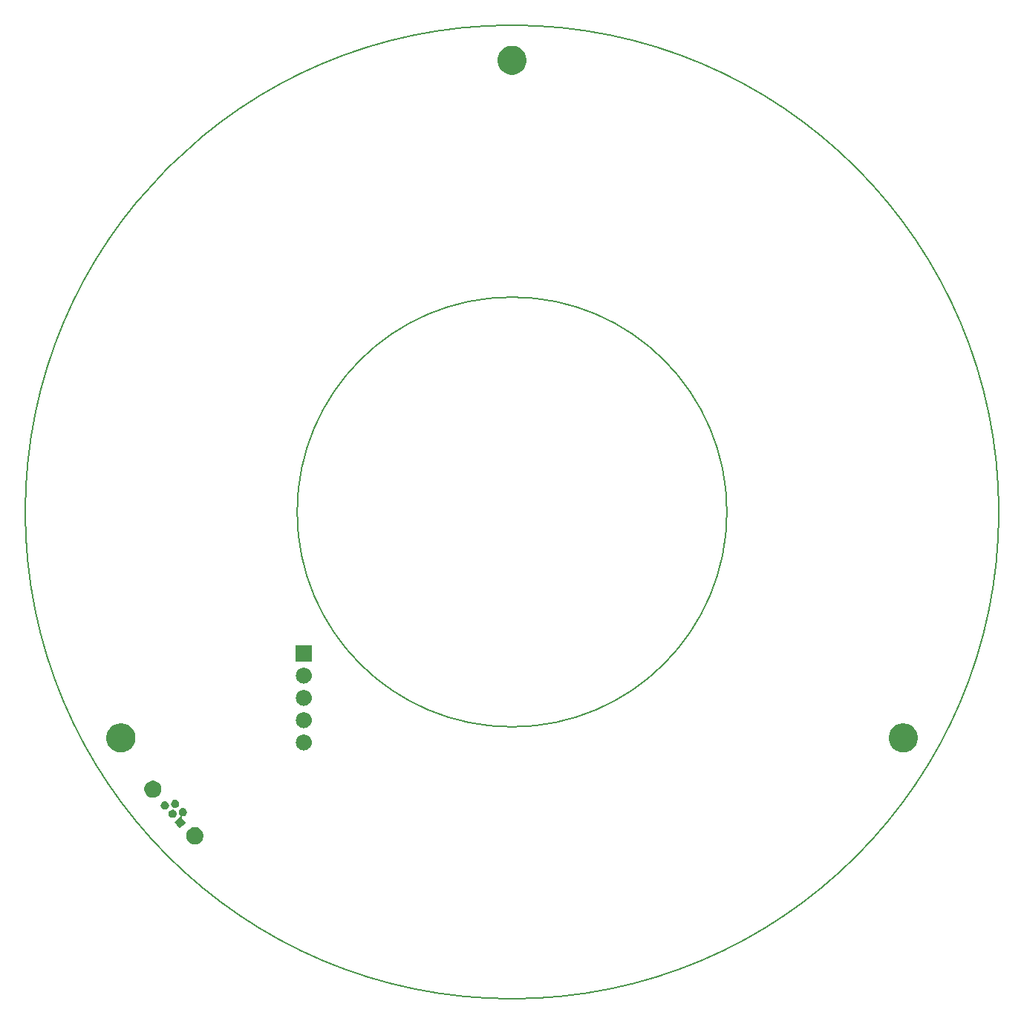
<source format=gbr>
%TF.GenerationSoftware,KiCad,Pcbnew,5.0.2-bee76a0~70~ubuntu18.04.1*%
%TF.CreationDate,2020-05-04T10:45:02+02:00*%
%TF.ProjectId,gsvesc,67737665-7363-42e6-9b69-6361645f7063,rev?*%
%TF.SameCoordinates,PX5f5e038PY5f5e038*%
%TF.FileFunction,Soldermask,Bot*%
%TF.FilePolarity,Negative*%
%FSLAX46Y46*%
G04 Gerber Fmt 4.6, Leading zero omitted, Abs format (unit mm)*
G04 Created by KiCad (PCBNEW 5.0.2-bee76a0~70~ubuntu18.04.1) date Mo 04 Mai 2020 10:45:02 CEST*
%MOMM*%
%LPD*%
G01*
G04 APERTURE LIST*
%ADD10C,0.200000*%
%ADD11C,0.100000*%
G04 APERTURE END LIST*
D10*
X24500200Y-200D02*
G75*
G03X24500200Y-200I-24500000J0D01*
G01*
X55500200Y-200D02*
G75*
G03X55500200Y-200I-55500000J0D01*
G01*
D11*
G36*
X-35879550Y-35979953D02*
X-35879548Y-35979954D01*
X-35879547Y-35979954D01*
X-35701927Y-36053526D01*
X-35701926Y-36053527D01*
X-35542070Y-36160340D01*
X-35406130Y-36296280D01*
X-35406128Y-36296283D01*
X-35299316Y-36456137D01*
X-35225744Y-36633757D01*
X-35188236Y-36822318D01*
X-35188236Y-37014574D01*
X-35225744Y-37203135D01*
X-35299316Y-37380755D01*
X-35299317Y-37380756D01*
X-35406130Y-37540612D01*
X-35542070Y-37676552D01*
X-35542073Y-37676554D01*
X-35701927Y-37783366D01*
X-35879547Y-37856938D01*
X-35879548Y-37856938D01*
X-35879550Y-37856939D01*
X-36068107Y-37894446D01*
X-36260365Y-37894446D01*
X-36448922Y-37856939D01*
X-36448924Y-37856938D01*
X-36448925Y-37856938D01*
X-36626545Y-37783366D01*
X-36786399Y-37676554D01*
X-36786402Y-37676552D01*
X-36922342Y-37540612D01*
X-37029155Y-37380756D01*
X-37029156Y-37380755D01*
X-37102728Y-37203135D01*
X-37140236Y-37014574D01*
X-37140236Y-36822318D01*
X-37102728Y-36633757D01*
X-37029156Y-36456137D01*
X-36922344Y-36296283D01*
X-36922342Y-36296280D01*
X-36786402Y-36160340D01*
X-36626546Y-36053527D01*
X-36626545Y-36053526D01*
X-36448925Y-35979954D01*
X-36448924Y-35979954D01*
X-36448922Y-35979953D01*
X-36260365Y-35942446D01*
X-36068107Y-35942446D01*
X-35879550Y-35979953D01*
X-35879550Y-35979953D01*
G37*
G36*
X-37404404Y-33769925D02*
X-37318688Y-33805429D01*
X-37241542Y-33856977D01*
X-37175942Y-33922577D01*
X-37124394Y-33999723D01*
X-37088890Y-34085439D01*
X-37070790Y-34176434D01*
X-37070790Y-34269216D01*
X-37088890Y-34360211D01*
X-37124394Y-34445927D01*
X-37175942Y-34523073D01*
X-37241542Y-34588673D01*
X-37318688Y-34640221D01*
X-37404404Y-34675725D01*
X-37495399Y-34693825D01*
X-37548785Y-34693825D01*
X-37573171Y-34696227D01*
X-37596620Y-34703340D01*
X-37618231Y-34714891D01*
X-37637173Y-34730437D01*
X-37652719Y-34749379D01*
X-37664270Y-34770990D01*
X-37671383Y-34794439D01*
X-37673785Y-34818825D01*
X-37671383Y-34843211D01*
X-37664270Y-34866660D01*
X-37652719Y-34888271D01*
X-37641678Y-34902466D01*
X-37184818Y-35409860D01*
X-37184818Y-35409861D01*
X-37553183Y-35741538D01*
X-37884860Y-36040182D01*
X-37884861Y-36040182D01*
X-38216538Y-35671817D01*
X-38515182Y-35340140D01*
X-38515182Y-35340139D01*
X-37863434Y-34753303D01*
X-37846919Y-34735202D01*
X-37834253Y-34714225D01*
X-37825922Y-34691180D01*
X-37822247Y-34666953D01*
X-37823370Y-34642474D01*
X-37829246Y-34618685D01*
X-37839650Y-34596499D01*
X-37858688Y-34572023D01*
X-37907638Y-34523073D01*
X-37959186Y-34445927D01*
X-37994690Y-34360211D01*
X-38001272Y-34327120D01*
X-38008385Y-34303671D01*
X-38014054Y-34293065D01*
X-38012790Y-34280231D01*
X-38012790Y-34176434D01*
X-37994690Y-34085439D01*
X-37959186Y-33999723D01*
X-37907638Y-33922577D01*
X-37842038Y-33856977D01*
X-37764892Y-33805429D01*
X-37679176Y-33769925D01*
X-37588181Y-33751825D01*
X-37495399Y-33751825D01*
X-37404404Y-33769925D01*
X-37404404Y-33769925D01*
G37*
G36*
X-38618578Y-33948833D02*
X-38594198Y-33951234D01*
X-38592364Y-33951053D01*
X-38585168Y-33954900D01*
X-38496769Y-33991516D01*
X-38419622Y-34043064D01*
X-38354022Y-34108664D01*
X-38302474Y-34185810D01*
X-38266970Y-34271526D01*
X-38260388Y-34304617D01*
X-38253275Y-34328066D01*
X-38247606Y-34338672D01*
X-38248870Y-34351506D01*
X-38248870Y-34455303D01*
X-38266970Y-34546298D01*
X-38302474Y-34632014D01*
X-38354022Y-34709160D01*
X-38419622Y-34774760D01*
X-38496768Y-34826308D01*
X-38582484Y-34861812D01*
X-38673479Y-34879912D01*
X-38766261Y-34879912D01*
X-38857256Y-34861812D01*
X-38942972Y-34826308D01*
X-39020118Y-34774760D01*
X-39085718Y-34709160D01*
X-39137266Y-34632014D01*
X-39172770Y-34546298D01*
X-39190870Y-34455303D01*
X-39190870Y-34362521D01*
X-39172770Y-34271526D01*
X-39137266Y-34185810D01*
X-39085718Y-34108664D01*
X-39020118Y-34043064D01*
X-38942972Y-33991516D01*
X-38857256Y-33956012D01*
X-38766261Y-33937912D01*
X-38673481Y-33937912D01*
X-38618578Y-33948833D01*
X-38618578Y-33948833D01*
G37*
G36*
X-39452354Y-32989923D02*
X-39366638Y-33025427D01*
X-39289492Y-33076975D01*
X-39223892Y-33142575D01*
X-39172344Y-33219721D01*
X-39136840Y-33305437D01*
X-39130258Y-33338528D01*
X-39123145Y-33361977D01*
X-39117476Y-33372584D01*
X-39118740Y-33385418D01*
X-39118740Y-33489214D01*
X-39136840Y-33580209D01*
X-39172344Y-33665925D01*
X-39223892Y-33743071D01*
X-39289492Y-33808671D01*
X-39366638Y-33860219D01*
X-39452354Y-33895723D01*
X-39543349Y-33913823D01*
X-39636131Y-33913823D01*
X-39727126Y-33895723D01*
X-39812842Y-33860219D01*
X-39889988Y-33808671D01*
X-39955588Y-33743071D01*
X-40007136Y-33665925D01*
X-40042640Y-33580209D01*
X-40060740Y-33489214D01*
X-40060740Y-33396432D01*
X-40042640Y-33305437D01*
X-40007136Y-33219721D01*
X-39955588Y-33142575D01*
X-39889988Y-33076975D01*
X-39812842Y-33025427D01*
X-39727126Y-32989923D01*
X-39636131Y-32971823D01*
X-39543349Y-32971823D01*
X-39452354Y-32989923D01*
X-39452354Y-32989923D01*
G37*
G36*
X-38274274Y-32803837D02*
X-38188558Y-32839341D01*
X-38111412Y-32890889D01*
X-38045812Y-32956489D01*
X-37994264Y-33033635D01*
X-37958760Y-33119351D01*
X-37940660Y-33210346D01*
X-37940660Y-33303128D01*
X-37958760Y-33394123D01*
X-37994264Y-33479839D01*
X-38045812Y-33556985D01*
X-38111412Y-33622585D01*
X-38188558Y-33674133D01*
X-38274274Y-33709637D01*
X-38365269Y-33727737D01*
X-38458049Y-33727737D01*
X-38512952Y-33716816D01*
X-38537332Y-33714415D01*
X-38539166Y-33714596D01*
X-38546362Y-33710749D01*
X-38634761Y-33674133D01*
X-38711908Y-33622585D01*
X-38777508Y-33556985D01*
X-38829056Y-33479839D01*
X-38864560Y-33394123D01*
X-38871142Y-33361032D01*
X-38878255Y-33337583D01*
X-38883924Y-33326976D01*
X-38882660Y-33314142D01*
X-38882660Y-33210346D01*
X-38864560Y-33119351D01*
X-38829056Y-33033635D01*
X-38777508Y-32956489D01*
X-38711908Y-32890889D01*
X-38634762Y-32839341D01*
X-38549046Y-32803837D01*
X-38458051Y-32785737D01*
X-38365269Y-32785737D01*
X-38274274Y-32803837D01*
X-38274274Y-32803837D01*
G37*
G36*
X-40663834Y-30666467D02*
X-40663832Y-30666468D01*
X-40663831Y-30666468D01*
X-40486211Y-30740040D01*
X-40486210Y-30740041D01*
X-40326354Y-30846854D01*
X-40190414Y-30982794D01*
X-40190412Y-30982797D01*
X-40083600Y-31142651D01*
X-40010028Y-31320271D01*
X-39972520Y-31508832D01*
X-39972520Y-31701088D01*
X-40010028Y-31889649D01*
X-40083600Y-32067269D01*
X-40083601Y-32067270D01*
X-40190414Y-32227126D01*
X-40326354Y-32363066D01*
X-40326357Y-32363068D01*
X-40486211Y-32469880D01*
X-40663831Y-32543452D01*
X-40663832Y-32543452D01*
X-40663834Y-32543453D01*
X-40852391Y-32580960D01*
X-41044649Y-32580960D01*
X-41233206Y-32543453D01*
X-41233208Y-32543452D01*
X-41233209Y-32543452D01*
X-41410829Y-32469880D01*
X-41570683Y-32363068D01*
X-41570686Y-32363066D01*
X-41706626Y-32227126D01*
X-41813439Y-32067270D01*
X-41813440Y-32067269D01*
X-41887012Y-31889649D01*
X-41924520Y-31701088D01*
X-41924520Y-31508832D01*
X-41887012Y-31320271D01*
X-41813440Y-31142651D01*
X-41706628Y-30982797D01*
X-41706626Y-30982794D01*
X-41570686Y-30846854D01*
X-41410830Y-30740041D01*
X-41410829Y-30740040D01*
X-41233209Y-30666468D01*
X-41233208Y-30666468D01*
X-41233206Y-30666467D01*
X-41044649Y-30628960D01*
X-40852391Y-30628960D01*
X-40663834Y-30666467D01*
X-40663834Y-30666467D01*
G37*
G36*
X44975764Y-24141498D02*
X45082087Y-24162647D01*
X45382550Y-24287103D01*
X45529341Y-24385186D01*
X45652962Y-24467787D01*
X45882921Y-24697746D01*
X46063606Y-24968160D01*
X46188061Y-25268622D01*
X46251508Y-25587589D01*
X46251508Y-25912811D01*
X46188061Y-26231778D01*
X46063606Y-26532240D01*
X45882921Y-26802654D01*
X45652962Y-27032613D01*
X45652959Y-27032615D01*
X45382550Y-27213297D01*
X45082087Y-27337753D01*
X44975764Y-27358902D01*
X44763119Y-27401200D01*
X44437897Y-27401200D01*
X44225252Y-27358902D01*
X44118929Y-27337753D01*
X43818466Y-27213297D01*
X43548057Y-27032615D01*
X43548054Y-27032613D01*
X43318095Y-26802654D01*
X43137410Y-26532240D01*
X43012955Y-26231778D01*
X42949508Y-25912811D01*
X42949508Y-25587589D01*
X43012955Y-25268622D01*
X43137410Y-24968160D01*
X43318095Y-24697746D01*
X43548054Y-24467787D01*
X43671675Y-24385186D01*
X43818466Y-24287103D01*
X44118929Y-24162647D01*
X44225252Y-24141498D01*
X44437897Y-24099200D01*
X44763119Y-24099200D01*
X44975764Y-24141498D01*
X44975764Y-24141498D01*
G37*
G36*
X-44224852Y-24141498D02*
X-44118529Y-24162647D01*
X-43818066Y-24287103D01*
X-43671275Y-24385186D01*
X-43547654Y-24467787D01*
X-43317695Y-24697746D01*
X-43137010Y-24968160D01*
X-43012555Y-25268622D01*
X-42949108Y-25587589D01*
X-42949108Y-25912811D01*
X-43012555Y-26231778D01*
X-43137010Y-26532240D01*
X-43317695Y-26802654D01*
X-43547654Y-27032613D01*
X-43547657Y-27032615D01*
X-43818066Y-27213297D01*
X-44118529Y-27337753D01*
X-44224852Y-27358902D01*
X-44437497Y-27401200D01*
X-44762719Y-27401200D01*
X-44975364Y-27358902D01*
X-45081687Y-27337753D01*
X-45382150Y-27213297D01*
X-45652559Y-27032615D01*
X-45652562Y-27032613D01*
X-45882521Y-26802654D01*
X-46063206Y-26532240D01*
X-46187661Y-26231778D01*
X-46251108Y-25912811D01*
X-46251108Y-25587589D01*
X-46187661Y-25268622D01*
X-46063206Y-24968160D01*
X-45882521Y-24697746D01*
X-45652562Y-24467787D01*
X-45528941Y-24385186D01*
X-45382150Y-24287103D01*
X-45081687Y-24162647D01*
X-44975364Y-24141498D01*
X-44762719Y-24099200D01*
X-44437497Y-24099200D01*
X-44224852Y-24141498D01*
X-44224852Y-24141498D01*
G37*
G36*
X-23639557Y-25390519D02*
X-23573373Y-25397037D01*
X-23460147Y-25431384D01*
X-23403533Y-25448557D01*
X-23264913Y-25522652D01*
X-23247009Y-25532222D01*
X-23211271Y-25561552D01*
X-23109814Y-25644814D01*
X-23026552Y-25746271D01*
X-22997222Y-25782009D01*
X-22997221Y-25782011D01*
X-22913557Y-25938533D01*
X-22913557Y-25938534D01*
X-22862037Y-26108373D01*
X-22844641Y-26285000D01*
X-22862037Y-26461627D01*
X-22883457Y-26532240D01*
X-22913557Y-26631467D01*
X-22987652Y-26770087D01*
X-22997222Y-26787991D01*
X-23009256Y-26802654D01*
X-23109814Y-26925186D01*
X-23211271Y-27008448D01*
X-23247009Y-27037778D01*
X-23247011Y-27037779D01*
X-23403533Y-27121443D01*
X-23460147Y-27138616D01*
X-23573373Y-27172963D01*
X-23639557Y-27179481D01*
X-23705740Y-27186000D01*
X-23794260Y-27186000D01*
X-23860443Y-27179481D01*
X-23926627Y-27172963D01*
X-24039853Y-27138616D01*
X-24096467Y-27121443D01*
X-24252989Y-27037779D01*
X-24252991Y-27037778D01*
X-24288729Y-27008448D01*
X-24390186Y-26925186D01*
X-24490744Y-26802654D01*
X-24502778Y-26787991D01*
X-24512348Y-26770087D01*
X-24586443Y-26631467D01*
X-24616543Y-26532240D01*
X-24637963Y-26461627D01*
X-24655359Y-26285000D01*
X-24637963Y-26108373D01*
X-24586443Y-25938534D01*
X-24586443Y-25938533D01*
X-24502779Y-25782011D01*
X-24502778Y-25782009D01*
X-24473448Y-25746271D01*
X-24390186Y-25644814D01*
X-24288729Y-25561552D01*
X-24252991Y-25532222D01*
X-24235087Y-25522652D01*
X-24096467Y-25448557D01*
X-24039853Y-25431384D01*
X-23926627Y-25397037D01*
X-23860443Y-25390519D01*
X-23794260Y-25384000D01*
X-23705740Y-25384000D01*
X-23639557Y-25390519D01*
X-23639557Y-25390519D01*
G37*
G36*
X-23639558Y-22850518D02*
X-23573373Y-22857037D01*
X-23460147Y-22891384D01*
X-23403533Y-22908557D01*
X-23264913Y-22982652D01*
X-23247009Y-22992222D01*
X-23211271Y-23021552D01*
X-23109814Y-23104814D01*
X-23026552Y-23206271D01*
X-22997222Y-23242009D01*
X-22997221Y-23242011D01*
X-22913557Y-23398533D01*
X-22913557Y-23398534D01*
X-22862037Y-23568373D01*
X-22844641Y-23745000D01*
X-22862037Y-23921627D01*
X-22896384Y-24034853D01*
X-22913557Y-24091467D01*
X-22951604Y-24162647D01*
X-22997222Y-24247991D01*
X-23026552Y-24283729D01*
X-23109814Y-24385186D01*
X-23210463Y-24467785D01*
X-23247009Y-24497778D01*
X-23247011Y-24497779D01*
X-23403533Y-24581443D01*
X-23460147Y-24598616D01*
X-23573373Y-24632963D01*
X-23639557Y-24639481D01*
X-23705740Y-24646000D01*
X-23794260Y-24646000D01*
X-23860443Y-24639481D01*
X-23926627Y-24632963D01*
X-24039853Y-24598616D01*
X-24096467Y-24581443D01*
X-24252989Y-24497779D01*
X-24252991Y-24497778D01*
X-24289537Y-24467785D01*
X-24390186Y-24385186D01*
X-24473448Y-24283729D01*
X-24502778Y-24247991D01*
X-24548396Y-24162647D01*
X-24586443Y-24091467D01*
X-24603616Y-24034853D01*
X-24637963Y-23921627D01*
X-24655359Y-23745000D01*
X-24637963Y-23568373D01*
X-24586443Y-23398534D01*
X-24586443Y-23398533D01*
X-24502779Y-23242011D01*
X-24502778Y-23242009D01*
X-24473448Y-23206271D01*
X-24390186Y-23104814D01*
X-24288729Y-23021552D01*
X-24252991Y-22992222D01*
X-24235087Y-22982652D01*
X-24096467Y-22908557D01*
X-24039853Y-22891384D01*
X-23926627Y-22857037D01*
X-23860442Y-22850518D01*
X-23794260Y-22844000D01*
X-23705740Y-22844000D01*
X-23639558Y-22850518D01*
X-23639558Y-22850518D01*
G37*
G36*
X-23639558Y-20310518D02*
X-23573373Y-20317037D01*
X-23460147Y-20351384D01*
X-23403533Y-20368557D01*
X-23264913Y-20442652D01*
X-23247009Y-20452222D01*
X-23211271Y-20481552D01*
X-23109814Y-20564814D01*
X-23026552Y-20666271D01*
X-22997222Y-20702009D01*
X-22997221Y-20702011D01*
X-22913557Y-20858533D01*
X-22913557Y-20858534D01*
X-22862037Y-21028373D01*
X-22844641Y-21205000D01*
X-22862037Y-21381627D01*
X-22896384Y-21494853D01*
X-22913557Y-21551467D01*
X-22987652Y-21690087D01*
X-22997222Y-21707991D01*
X-23026552Y-21743729D01*
X-23109814Y-21845186D01*
X-23211271Y-21928448D01*
X-23247009Y-21957778D01*
X-23247011Y-21957779D01*
X-23403533Y-22041443D01*
X-23460147Y-22058616D01*
X-23573373Y-22092963D01*
X-23639558Y-22099482D01*
X-23705740Y-22106000D01*
X-23794260Y-22106000D01*
X-23860442Y-22099482D01*
X-23926627Y-22092963D01*
X-24039853Y-22058616D01*
X-24096467Y-22041443D01*
X-24252989Y-21957779D01*
X-24252991Y-21957778D01*
X-24288729Y-21928448D01*
X-24390186Y-21845186D01*
X-24473448Y-21743729D01*
X-24502778Y-21707991D01*
X-24512348Y-21690087D01*
X-24586443Y-21551467D01*
X-24603616Y-21494853D01*
X-24637963Y-21381627D01*
X-24655359Y-21205000D01*
X-24637963Y-21028373D01*
X-24586443Y-20858534D01*
X-24586443Y-20858533D01*
X-24502779Y-20702011D01*
X-24502778Y-20702009D01*
X-24473448Y-20666271D01*
X-24390186Y-20564814D01*
X-24288729Y-20481552D01*
X-24252991Y-20452222D01*
X-24235087Y-20442652D01*
X-24096467Y-20368557D01*
X-24039853Y-20351384D01*
X-23926627Y-20317037D01*
X-23860442Y-20310518D01*
X-23794260Y-20304000D01*
X-23705740Y-20304000D01*
X-23639558Y-20310518D01*
X-23639558Y-20310518D01*
G37*
G36*
X-23639557Y-17770519D02*
X-23573373Y-17777037D01*
X-23460147Y-17811384D01*
X-23403533Y-17828557D01*
X-23264913Y-17902652D01*
X-23247009Y-17912222D01*
X-23211271Y-17941552D01*
X-23109814Y-18024814D01*
X-23026552Y-18126271D01*
X-22997222Y-18162009D01*
X-22997221Y-18162011D01*
X-22913557Y-18318533D01*
X-22913557Y-18318534D01*
X-22862037Y-18488373D01*
X-22844641Y-18665000D01*
X-22862037Y-18841627D01*
X-22896384Y-18954853D01*
X-22913557Y-19011467D01*
X-22987652Y-19150087D01*
X-22997222Y-19167991D01*
X-23026552Y-19203729D01*
X-23109814Y-19305186D01*
X-23211271Y-19388448D01*
X-23247009Y-19417778D01*
X-23247011Y-19417779D01*
X-23403533Y-19501443D01*
X-23460147Y-19518616D01*
X-23573373Y-19552963D01*
X-23639558Y-19559482D01*
X-23705740Y-19566000D01*
X-23794260Y-19566000D01*
X-23860442Y-19559482D01*
X-23926627Y-19552963D01*
X-24039853Y-19518616D01*
X-24096467Y-19501443D01*
X-24252989Y-19417779D01*
X-24252991Y-19417778D01*
X-24288729Y-19388448D01*
X-24390186Y-19305186D01*
X-24473448Y-19203729D01*
X-24502778Y-19167991D01*
X-24512348Y-19150087D01*
X-24586443Y-19011467D01*
X-24603616Y-18954853D01*
X-24637963Y-18841627D01*
X-24655359Y-18665000D01*
X-24637963Y-18488373D01*
X-24586443Y-18318534D01*
X-24586443Y-18318533D01*
X-24502779Y-18162011D01*
X-24502778Y-18162009D01*
X-24473448Y-18126271D01*
X-24390186Y-18024814D01*
X-24288729Y-17941552D01*
X-24252991Y-17912222D01*
X-24235087Y-17902652D01*
X-24096467Y-17828557D01*
X-24039853Y-17811384D01*
X-23926627Y-17777037D01*
X-23860443Y-17770519D01*
X-23794260Y-17764000D01*
X-23705740Y-17764000D01*
X-23639557Y-17770519D01*
X-23639557Y-17770519D01*
G37*
G36*
X-22849000Y-17026000D02*
X-24651000Y-17026000D01*
X-24651000Y-15224000D01*
X-22849000Y-15224000D01*
X-22849000Y-17026000D01*
X-22849000Y-17026000D01*
G37*
G36*
X375456Y53108502D02*
X481779Y53087353D01*
X782242Y52962897D01*
X1049052Y52784620D01*
X1052654Y52782213D01*
X1282613Y52552254D01*
X1463298Y52281840D01*
X1587753Y51981378D01*
X1651200Y51662411D01*
X1651200Y51337189D01*
X1587753Y51018222D01*
X1463298Y50717760D01*
X1282613Y50447346D01*
X1052654Y50217387D01*
X1052651Y50217385D01*
X782242Y50036703D01*
X481779Y49912247D01*
X375456Y49891098D01*
X162811Y49848800D01*
X-162411Y49848800D01*
X-375056Y49891098D01*
X-481379Y49912247D01*
X-781842Y50036703D01*
X-1052251Y50217385D01*
X-1052254Y50217387D01*
X-1282213Y50447346D01*
X-1462898Y50717760D01*
X-1587353Y51018222D01*
X-1650800Y51337189D01*
X-1650800Y51662411D01*
X-1587353Y51981378D01*
X-1462898Y52281840D01*
X-1282213Y52552254D01*
X-1052254Y52782213D01*
X-1048652Y52784620D01*
X-781842Y52962897D01*
X-481379Y53087353D01*
X-375056Y53108502D01*
X-162411Y53150800D01*
X162811Y53150800D01*
X375456Y53108502D01*
X375456Y53108502D01*
G37*
M02*

</source>
